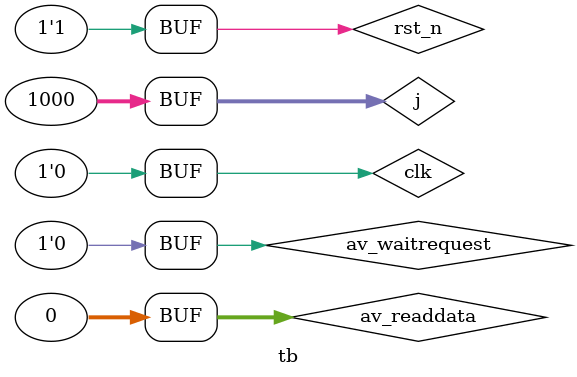
<source format=v>


`timescale 1 ps / 1 ps

`include "alu.v"
`include "aluSource.v"
`include "controlUnit.v"
`include "forwadingUnit.v"
`include "hdu.v"
`include "immGen.v"
`include "regFile.v"
`include "DRAM.v"
`include "IRAM.v"
`include "mux.v"
`include "FPU.v"
`include "FPU_Controller.v"


//module top(input [1:0]KEY,output [6:0]HEX0,output [6:0]HEX1,output [6:0]HEX2,output [6:0]HEX3);
//	wire[31:0]dataOut;
//	
//	riscv_core rv32i(KEY[0],KEY[1],dataOut);
//	
//	sevSegDec s0(dataOut[3:0],HEX0);
//	sevSegDec s1(dataOut[7:4],HEX1);
//	sevSegDec s2(dataOut[11:8],HEX2);
//	sevSegDec s3(dataOut[15:12],HEX3);
//
//endmodule


module riscv_core (
	input clk,
	input rst_n,
	//for JTAG UART
	output av_chipselect,
	output av_address,
	output av_read_n,
	input  [31:0]av_readdata,
	output av_write_n,
	output [31:0]av_writedata,
	input  av_waitrequest //stall the pipeline	
);
	
	wire clock = clk;
	wire clear = rst_n;
	wire [31:0]dataA,dataB,imemAddr,aluResult,MEM_aluResult;
	wire [31:0]dataD,dmemOut,pcIn;
	wire [4:0] Rs1,Rs2,Rd,MEM_Rd;
	wire [6:0] opcode;
	wire [19:0]signals,EX_signals,MEM_signals,WB_signals; 
	
		/////////////////////////////////////////CU signals/////////////////////////////////////////////////////////////////////////////////
		//0-1 immsel[1:0] ,
		//2 AluSrc ,
		//3 Mem to Reg ,
		//4 RegWrite ,
		//5 MemRead ,
		//6 MemWrite ,
		//7 Branch ,
		//8-10 AluOP,
		//11 immsel[2] ,
		//12 offset to Reg ,
		//13 I_jalr , 
		//14 unconditionaljump ,
		//15 float reg Write ,
		//16 regFile dataA Sel ,
		//17 regFile dataB Sel ,
		//18 aluResult sel  ,
		//19 fpuOp 
		/////////////////////////////////////////////////////////////////////////////////////////////////////////////////////////////////////
		
	wire [31:0]immGenOut;
	wire branchFromAlu;
	wire notStall,branchTaken,flush;
	wire [1:0]forwardA,forwardB,forwardC;
	wire [31:0]ID_imemAddr,ID_I,I,WB_dmemOut;
	wire [31:0]EX_imemAddr,EX_dataA,EX_dataB,EX_immGenOut;
	wire [3:0]EX_func3_7,MEM_func3_7;
	wire [4:0]EX_Rs1,EX_Rs2,EX_Rd;
	wire [31:0]MEM_branchAddr,MEM_dataB;
	wire MEM_branchFromAlu;
	wire [31:0]EX_branchAddr ;
	wire [31:0]WB_aluResult;
	wire [4:0]WB_Rd;
	wire [3:0]ID_func3_7 ;
	wire [4:0]ID_funct5;
	wire [31:0]next_imemAddr,ID_next_imemAddr,EX_next_imemAddr,MEM_next_imemAddr,WB_next_imemAddr;
	wire fpu_inprogress;
	wire [4:0]frs3,EX_frs3;
	
	assign ID_func3_7 = {ID_I[30],ID_I[14:12]};
	assign branchTaken = (MEM_branchFromAlu && MEM_signals[7]) || MEM_signals[14];
	assign next_imemAddr = imemAddr+1;
	
	assign ID_funct5=ID_I[31:27];
	
	assign frs3 = ID_I[31:27];
	
	//////////////////////////////////////////////Jtag Uart /////////////////////////////////////////////////////////////////
	
	assign av_chipselect = (MEM_aluResult == 32'h100 | MEM_aluResult == 32'h104)?1:0; //Memory map to jtag uart
	assign av_address = MEM_aluResult[2]; //jtag uart register 1 is mapped to h104
	assign av_read_n = ~MEM_signals[5];
	//assign av_readdata =
	assign av_write_n = ~MEM_signals[6];
	assign av_writedata = MEM_dataB;
	
	//////////////////////////////////////////////////////////////////////////////////////////////////////////////////////////
	
	
	//assign dataOut = dataD;
	
	
	pcIn_MUX	pcIn_MUX(
	.pcIn_sel({MEM_signals[13],branchTaken}),
	.in({MEM_aluResult,MEM_branchAddr,next_imemAddr}),
	.out(pcIn)
	);

	register pc(
		.data(pcIn),
		.enable(notStall & ~fpu_inprogress & ~av_waitrequest),
		.clock(clock),
		.clear(clear),
		.out(imemAddr)
	);

	assign flush = clear&~branchTaken;

	IRAM#(32,8) imem(
		.DOUT(I),
		.ADDR(imemAddr[7:0]),
		.DIN(32'b0),
		.wren(1'b0),
		.clock(clock)
	);

	////////////////////////////////////////////////////////////////IF_ID /////////////////////////////////////////////////////////////////////////
	register#(.width(96)) IF_ID(
		.data({imemAddr,I,next_imemAddr}),
		.enable(notStall & ~fpu_inprogress & ~av_waitrequest),
		.clock(clock),
		.clear(flush),
		.out({ID_imemAddr,ID_I,ID_next_imemAddr})
	);


	assign opcode = ID_I[6:0];
	assign Rd = ID_I[11:7];
	assign Rs1 = ID_I[19:15];
	assign Rs2 = ID_I[24:20];
	
	wire [31:0]EX_x_dataA,EX_x_dataB;

	regFile rf(
		.clock(clock),
		.regWriteEnable(WB_signals[4]),
		.addrA(Rs1),
		.addrB(Rs2),
		.addrD(WB_Rd),
		.dataD(dataD),
		.dataA(EX_x_dataA),
		.dataB(EX_x_dataB)
	);

	immGen immGen(
		.I(ID_I),
		.immSel({signals[11],signals[1:0]}),
		.imm(immGenOut) 
	);

	controlUnit CU(
		.opcode(opcode),
		.funct5(ID_funct5), //for F extension
		.signals(signals) 
	);
	
	/////////////////////////////////////////////////////Floating Point Register///////////////////////////////////////////////////////////
	
	wire [31:0]EX_f_dataA,EX_f_dataB;
	wire [31:0]EX_datafrs3;
	float_regFile float_rf(
		.clock(clock),
		.regWriteEnable(WB_signals[15]), //Float reg Write
		.addrA(Rs1),
		.addrB(Rs2),
		.addrfrs3(frs3),
		.addrD(WB_Rd),
		.dataD(dataD),
		.dataA(EX_f_dataA),
		.dataB(EX_f_dataB),
		.datafrs3(EX_datafrs3)
	);

	assign EX_dataA = (EX_signals[16])? EX_f_dataA : EX_x_dataA;
	assign EX_dataB = (EX_signals[17])? EX_f_dataB : EX_x_dataB;
	
	////////////////////////////////////////////////////////////ID_EX/////////////////////////////////////////////////////////////////////
	reg [19:0]stallSignals;
	always@(*)begin
		if(notStall) stallSignals=signals;
		else stallSignals=20'b0;
	end

	register#(.width(140)) ID_EX(
		.data({stallSignals,ID_imemAddr,immGenOut,ID_func3_7,Rs1,Rs2,frs3,Rd,ID_next_imemAddr}),
		.enable(~fpu_inprogress & ~av_waitrequest),
		.clock(clock),
		.clear(flush),
		.out({EX_signals,EX_imemAddr,EX_immGenOut,EX_func3_7,EX_Rs1,EX_Rs2,EX_frs3,EX_Rd,EX_next_imemAddr})
	);

	wire [31:0]aluA,aluB,forwardB_dataB,fpuC;
	aluSource aluSource( 
		.EX_dataA(EX_dataA),
		.dataD(dataD),
		.MEM_aluResult(MEM_aluResult),
		.EX_dataB(EX_dataB),
		.EX_datafrs3(EX_datafrs3),
		.EX_immGenOut(EX_immGenOut),
		.forwardA(forwardA),
		.forwardB(forwardB),
		.forwardC(forwardC),
		.aluSourceSel(EX_signals[2]),
		.aluA(aluA),
		.aluB(aluB),
		.fpuC(fpuC),
		.forwardB_dataB(forwardB_dataB)
	);

	///////////////////////////////////////////////////////////// Alu ////////////////////////////////////////////////////////////////////////////////
	wire [31:0]temp_aluResult;
	alu alu(
		.dataA(aluA),
		.dataB(aluB),
		.func(EX_func3_7),
		.aluOp(EX_signals[10:8]),
		.aluResult(temp_aluResult),
		.branchFromAlu(branchFromAlu)
	);
	
	///////////////////////////////////////////////////////// FPU //////////////////////////////////////////////////////////////////////////////////////
	wire [31:0]temp_fpuResult;
	
	
	fpuController fpuController( 
		.clock(clock),
		.clear(clear),
		.fpuOp({EX_signals[19],EX_signals[10:8]}), //{fpuOp,aluOp}
		.fpu_sel(EX_signals[18]), // aluResult Sel -> 1 for fpuResult
		.fpu_inprogress(fpu_inprogress)
	);
	
	 FPU fpu(
		 .clock(clock),
		 .clear(clear),
		 .fpu_sel(EX_signals[18]), // aluResult Sel -> 1 for fpuResult
		 .dataA(aluA),
		 .dataB(aluB),
		 .datafrs3(fpuC),
		 .func3(EX_func3_7[2:0]),
		 .fpuOp({EX_signals[19],EX_signals[10:8]}), //{fpuOp,aluOp}
		 .EX_Rs2_0(EX_Rs2[0]),
		 .fpuResult(temp_fpuResult)
	 );
	 
	 assign aluResult = (EX_signals[18])? temp_fpuResult : temp_aluResult;

	//////////////////////////////////////////////////////////////EX_MEM///////////////////////////////////////////////////////////////////////////////////
	
	assign EX_branchAddr = ( $signed(EX_imemAddr)+($signed(EX_immGenOut) >>> 2)); // for word align instruction memory
	register#(.width(158)) EX_MEM(
		.data({EX_signals,EX_branchAddr,branchFromAlu,aluResult,forwardB_dataB,EX_Rd,EX_func3_7,EX_next_imemAddr}),
		.enable(~fpu_inprogress & ~av_waitrequest),
		.clock(clock),
		.clear(clear),
		.out({MEM_signals,MEM_branchAddr,MEM_branchFromAlu,MEM_aluResult,MEM_dataB,MEM_Rd,MEM_func3_7,MEM_next_imemAddr})
	);

	//////////////////////////////////////////////////////////// data Ram//////////////////////////////////////////////////////////////////////////////////
	wire [31:0]temp_dmemOut;
	wire [31:0] memOut_MUX_result;
	DRAM#(.width(32),.addrWidth(9)) dmem(
		.DOUT(temp_dmemOut),
		.ADDR(MEM_aluResult[8:0]),
		.DIN(MEM_dataB),
		.wren(MEM_signals[6]),
		.clock(clock),
		.func3(MEM_func3_7[2:0])
	);
	
	
	memOut_MUX memOut_MUX(
		.memOut_sel(MEM_func3_7[2:0]),
		.in(temp_dmemOut),
		.out(memOut_MUX_result)
	);
	
	assign dmemOut = (av_chipselect)?av_readdata:memOut_MUX_result; // to read data from jtag Uart
	
	////////////////////////////////////////////////////////////MEM_WB//////////////////////////////////////////////////////////////////////////////////////////
	wire [31:0]WB_branchAddr;
	register#(.width(153)) MEM_WB(
		.data({MEM_signals,MEM_aluResult,MEM_Rd,dmemOut,MEM_branchAddr,MEM_next_imemAddr}),
		.enable(~fpu_inprogress & ~av_waitrequest),
		.clock(clock),
		.clear(clear),
		.out({WB_signals,WB_aluResult,WB_Rd,WB_dmemOut,WB_branchAddr,WB_next_imemAddr})
	);

	WB_MUX WB_MUX(
	.WB_sel({WB_signals[12],WB_signals[3]}),
	.in({WB_next_imemAddr,WB_branchAddr,WB_aluResult,WB_dmemOut}),
	.out(dataD)
	);

	//////////////////////////////////////////////////////////hazard Dectection Unit//////////////////////////////////////////////////////////////////////
	HDU HDU(
		.EX_MemRead(EX_signals[5]),
		.ID_Rs1(Rs1),
		.ID_Rs2(Rs2),
		.EX_Rd(EX_Rd),
		.notStall(notStall)
	);

	/////////////////////////////////////////////////////////////Forwarding Unit/////////////////////////////////////////////////////////////////////////
	forwardingUnit fu(
		.MEM_RegWrite(MEM_signals[4] ), //temporary fix for float forwarding
		.MEM_f_RegWrite(MEM_signals[15]),
		.WB_RegWrite(WB_signals[4]), // temporary fix for float forwarding
		.WB_f_RegWrite(WB_signals[15]),
		.MEM_Rd(MEM_Rd),
		.EX_Rs1(EX_Rs1),
		.EX_Rs2(EX_Rs2),
		.EX_frs3(EX_frs3),
		.WB_Rd(WB_Rd),
		.ForwardA(forwardA),
		.ForwardB(forwardB),
		.ForwardC(forwardC)
	);

	
endmodule

////////////////////////////////////////////////////////////Seven Seg Decoder for DE1/////////////////////////////////////////////////////////////
module sevSegDec(input [3:0]bcd,output reg [6:0] seg);
always@(bcd) begin
	case (bcd) 
            4'h0 : seg = 7'b1000000;
            4'h1 : seg = 7'b1111001;
            4'h2 : seg = 7'b0100100;
            4'h3 : seg = 7'b0110000;
            4'h4 : seg = 7'b0011001;
            4'h5 : seg = 7'b0010010;
            4'h6 : seg = 7'b0000010;
            4'h7 : seg = 7'b1111000;
            4'h8 : seg = 7'b0000000;
				4'h9 : seg = 7'b0010000;
            4'hA : seg = 7'b0001000;
				4'hB : seg = 7'b0000011;
				4'hC : seg = 7'b0000110;
				4'hD : seg = 7'b0100001;
				4'hE : seg = 7'b0000110;
				4'hF : seg = 7'b0111000;
				default : seg = 7'b1111111; 
	endcase
end
endmodule


////////////////////////////////////////////////////////////////tb/////////////////////////////////////////////////////////////////////////////////
module tb;
	reg rst_n,clk;
	reg [31:0]av_readdata;
	reg av_waitrequest;
	wire [31:0]av_writedata;
	wire av_chipselect,av_address,av_read_n,av_write_n;
	
	//wire [31:0]dataOut;
	//riscv_core riscv0(clk,reset,dataOut);
	
	riscv_core riscv0 (
	clk,
	rst_n,
	//for JTAG UART
	av_chipselect,
	av_address,
	av_read_n,
	av_readdata,
	av_write_n,
	av_writedata,
	av_waitrequest 
	);
	
	
	integer i,j;
	initial begin
		$dumpfile("test.vcd");
		$dumpvars(0, tb);


//		for(i = 0; i < 32; i = i + 1)begin
//			$dumpvars(0, riscv0.imem.MEM[i]);
//			$dumpvars(0, riscv0.dmem.MEM[i]);
//			$dumpvars(0, riscv0.rf.registers[i]);
//			$dumpvars(0, riscv0.float_rf.registers[i]);
//			end

		$monitor("%c",riscv0.dmem.MEM[264]);	
		//$monitor("%h",riscv0.float_rf.registers[15]);

		#0 rst_n = 1; clk = 0;av_waitrequest = 0;av_readdata = 31'b0;
		#1 rst_n = 0; #1 rst_n = 1 ;#1
		
		for(j = 0;j < 1000;j = j + 1) begin
			#1 clk = ~clk; #1 clk = ~clk;
		end
	end
endmodule




</source>
